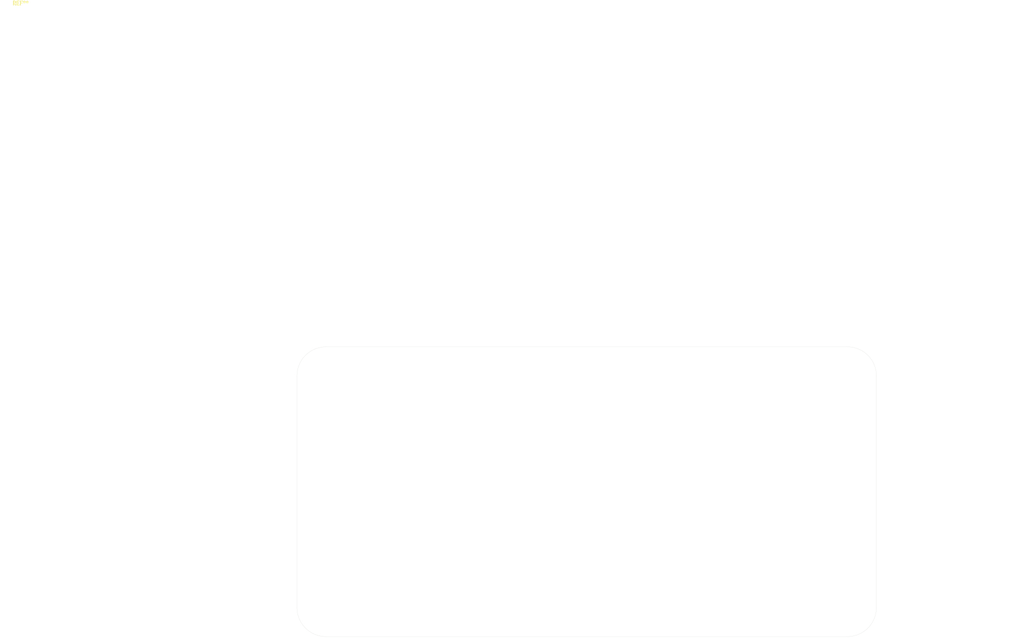
<source format=kicad_pcb>
(kicad_pcb (version 20171130) (host pcbnew "(5.1.10)-1")

  (general
    (thickness 1.6002)
    (drawings 12)
    (tracks 0)
    (zones 0)
    (modules 19)
    (nets 1)
  )

  (page A4)
  (layers
    (0 Front signal)
    (31 Back signal)
    (34 B.Paste user)
    (35 F.Paste user)
    (36 B.SilkS user)
    (37 F.SilkS user)
    (38 B.Mask user)
    (39 F.Mask user)
    (44 Edge.Cuts user)
    (45 Margin user)
    (46 B.CrtYd user)
    (47 F.CrtYd user)
    (49 F.Fab user)
  )

  (setup
    (last_trace_width 0.254)
    (user_trace_width 0.127)
    (user_trace_width 0.2)
    (user_trace_width 0.254)
    (user_trace_width 0.3)
    (user_trace_width 0.4)
    (user_trace_width 0.508)
    (user_trace_width 0.762)
    (user_trace_width 1)
    (user_trace_width 1.5)
    (user_trace_width 2)
    (user_trace_width 4)
    (trace_clearance 0.127)
    (zone_clearance 0.508)
    (zone_45_only no)
    (trace_min 0.0889)
    (via_size 0.6858)
    (via_drill 0.3302)
    (via_min_size 0.45)
    (via_min_drill 0.2)
    (user_via 0.5 0.25)
    (user_via 0.6858 0.3302)
    (user_via 0.889 0.381)
    (user_via 1 0.5)
    (uvia_size 0.6858)
    (uvia_drill 0.3302)
    (uvias_allowed no)
    (uvia_min_size 0.2)
    (uvia_min_drill 0.1)
    (edge_width 0.0381)
    (segment_width 0.254)
    (pcb_text_width 0.3048)
    (pcb_text_size 1.524 1.524)
    (mod_edge_width 0.1524)
    (mod_text_size 0.8128 0.8128)
    (mod_text_width 0.1524)
    (pad_size 1.524 1.524)
    (pad_drill 0.762)
    (pad_to_mask_clearance 0)
    (solder_mask_min_width 0.1016)
    (aux_axis_origin 0 0)
    (grid_origin 108.266 85.306)
    (visible_elements 7FFFFFFF)
    (pcbplotparams
      (layerselection 0x010fc_ffffffff)
      (usegerberextensions true)
      (usegerberattributes true)
      (usegerberadvancedattributes true)
      (creategerberjobfile false)
      (excludeedgelayer true)
      (linewidth 0.100000)
      (plotframeref false)
      (viasonmask false)
      (mode 1)
      (useauxorigin false)
      (hpglpennumber 1)
      (hpglpenspeed 20)
      (hpglpendiameter 15.000000)
      (psnegative false)
      (psa4output false)
      (plotreference true)
      (plotvalue false)
      (plotinvisibletext false)
      (padsonsilk false)
      (subtractmaskfromsilk true)
      (outputformat 1)
      (mirror false)
      (drillshape 0)
      (scaleselection 1)
      (outputdirectory "gerbers/attempt1/"))
  )

  (net 0 "")

  (net_class Default "This is the default net class."
    (clearance 0.127)
    (trace_width 0.254)
    (via_dia 0.6858)
    (via_drill 0.3302)
    (uvia_dia 0.6858)
    (uvia_drill 0.3302)
    (diff_pair_width 0.1524)
    (diff_pair_gap 0.254)
  )

  (net_class D0 ""
    (clearance 0.127)
    (trace_width 0.4)
    (via_dia 0.6858)
    (via_drill 0.3302)
    (uvia_dia 0.6858)
    (uvia_drill 0.3302)
    (diff_pair_width 0.4)
    (diff_pair_gap 0.254)
  )

  (net_class ETH_P2 ""
    (clearance 0.127)
    (trace_width 0.2)
    (via_dia 0.6858)
    (via_drill 0.3302)
    (uvia_dia 0.6858)
    (uvia_drill 0.3302)
    (diff_pair_width 0.2)
    (diff_pair_gap 0.254)
  )

  (net_class ETH_P3 ""
    (clearance 0.127)
    (trace_width 0.2)
    (via_dia 0.6858)
    (via_drill 0.3302)
    (uvia_dia 0.6858)
    (uvia_drill 0.3302)
    (diff_pair_width 0.2)
    (diff_pair_gap 0.254)
  )

  (module DevelopmentBoard:MCP3008_ADC (layer Front) (tedit 622E7D89) (tstamp 622ED861)
    (at 0 0)
    (fp_text reference REF** (at 0 -27.94) (layer F.SilkS)
      (effects (font (size 1 1) (thickness 0.15)))
    )
    (fp_text value MCP3008_ADC (at 0 6.35) (layer F.Fab)
      (effects (font (size 1 1) (thickness 0.15)))
    )
  )

  (module DevelopmentBoard:MCP3008_ADC (layer Front) (tedit 622E7D89) (tstamp 622ED838)
    (at 0 0)
    (fp_text reference REF** (at 0 -27.94) (layer F.SilkS)
      (effects (font (size 1 1) (thickness 0.15)))
    )
    (fp_text value MCP3008_ADC (at 0 6.35) (layer F.Fab)
      (effects (font (size 1 1) (thickness 0.15)))
    )
  )

  (module DevelopmentBoard:MCP3008_ADC (layer Front) (tedit 622E7D89) (tstamp 622ED834)
    (at 0 0)
    (fp_text reference REF** (at 0 -27.94) (layer F.SilkS)
      (effects (font (size 1 1) (thickness 0.15)))
    )
    (fp_text value MCP3008_ADC (at 0 6.35) (layer F.Fab)
      (effects (font (size 1 1) (thickness 0.15)))
    )
  )

  (module DevelopmentBoard:MCP3008_ADC (layer Front) (tedit 622E7D89) (tstamp 622ED830)
    (at 0 0)
    (fp_text reference REF** (at 0 -27.94) (layer F.SilkS)
      (effects (font (size 1 1) (thickness 0.15)))
    )
    (fp_text value MCP3008_ADC (at 0 6.35) (layer F.Fab)
      (effects (font (size 1 1) (thickness 0.15)))
    )
  )

  (module DevelopmentBoard:MCP3008_ADC (layer Front) (tedit 622E7D89) (tstamp 622ED82C)
    (at 0 0)
    (fp_text reference REF** (at 0 -27.94) (layer F.SilkS)
      (effects (font (size 1 1) (thickness 0.15)))
    )
    (fp_text value MCP3008_ADC (at 0 6.35) (layer F.Fab)
      (effects (font (size 1 1) (thickness 0.15)))
    )
  )

  (module DevelopmentBoard:MCP3008_ADC (layer Front) (tedit 622E7D89) (tstamp 622ED828)
    (at 0 0)
    (fp_text reference REF** (at 0 -27.94) (layer F.SilkS)
      (effects (font (size 1 1) (thickness 0.15)))
    )
    (fp_text value MCP3008_ADC (at 0 6.35) (layer F.Fab)
      (effects (font (size 1 1) (thickness 0.15)))
    )
  )

  (module DevelopmentBoard:MCP3008_ADC (layer Front) (tedit 622E7D89) (tstamp 622ED824)
    (at 0 0)
    (fp_text reference REF** (at 0 -27.94) (layer F.SilkS)
      (effects (font (size 1 1) (thickness 0.15)))
    )
    (fp_text value MCP3008_ADC (at 0 6.35) (layer F.Fab)
      (effects (font (size 1 1) (thickness 0.15)))
    )
  )

  (module DevelopmentBoard:MCP3008_ADC (layer Front) (tedit 622E7D89) (tstamp 622ED820)
    (at 0 0)
    (fp_text reference REF** (at 0 -27.94) (layer F.SilkS)
      (effects (font (size 1 1) (thickness 0.15)))
    )
    (fp_text value MCP3008_ADC (at 0 6.35) (layer F.Fab)
      (effects (font (size 1 1) (thickness 0.15)))
    )
  )

  (module DevelopmentBoard:MCP3008_ADC (layer Front) (tedit 622E7D89) (tstamp 622ED81C)
    (at 0 0)
    (fp_text reference REF** (at 0 -27.94) (layer F.SilkS)
      (effects (font (size 1 1) (thickness 0.15)))
    )
    (fp_text value MCP3008_ADC (at 0 6.35) (layer F.Fab)
      (effects (font (size 1 1) (thickness 0.15)))
    )
  )

  (module DevelopmentBoard:MCP3008_ADC (layer Front) (tedit 622E7D89) (tstamp 622ED818)
    (at 0 0)
    (fp_text reference REF** (at 0 -27.94) (layer F.SilkS)
      (effects (font (size 1 1) (thickness 0.15)))
    )
    (fp_text value MCP3008_ADC (at 0 6.35) (layer F.Fab)
      (effects (font (size 1 1) (thickness 0.15)))
    )
  )

  (module DevelopmentBoard:MCP3008_ADC (layer Front) (tedit 622E7D89) (tstamp 622ED814)
    (at 0 0)
    (fp_text reference REF** (at 0 -27.94) (layer F.SilkS)
      (effects (font (size 1 1) (thickness 0.15)))
    )
    (fp_text value MCP3008_ADC (at 0 6.35) (layer F.Fab)
      (effects (font (size 1 1) (thickness 0.15)))
    )
  )

  (module DevelopmentBoard:MCP3008_ADC (layer Front) (tedit 622E7D89) (tstamp 622ED7ED)
    (at 0 0)
    (fp_text reference REF** (at 0 -27.94) (layer F.SilkS)
      (effects (font (size 1 1) (thickness 0.15)))
    )
    (fp_text value MCP3008_ADC (at 0 6.35) (layer F.Fab)
      (effects (font (size 1 1) (thickness 0.15)))
    )
  )

  (module DevelopmentBoard:MCP3008_ADC (layer Front) (tedit 622E7D89) (tstamp 622ED79A)
    (at 0 0)
    (fp_text reference REF** (at 0 -27.94) (layer F.SilkS)
      (effects (font (size 1 1) (thickness 0.15)))
    )
    (fp_text value MCP3008_ADC (at 0 6.35) (layer F.Fab)
      (effects (font (size 1 1) (thickness 0.15)))
    )
  )

  (module DevelopmentBoard:MCP3008_ADC (layer Front) (tedit 622E7D89) (tstamp 622ED796)
    (at 0 0)
    (fp_text reference REF** (at 0 -27.94) (layer F.SilkS)
      (effects (font (size 1 1) (thickness 0.15)))
    )
    (fp_text value MCP3008_ADC (at 0 6.35) (layer F.Fab)
      (effects (font (size 1 1) (thickness 0.15)))
    )
  )

  (module DevelopmentBoard:MCP3008_ADC (layer Front) (tedit 622E7D89) (tstamp 622ED792)
    (at 0 0)
    (fp_text reference REF** (at 0 -27.94) (layer F.SilkS)
      (effects (font (size 1 1) (thickness 0.15)))
    )
    (fp_text value MCP3008_ADC (at 0 6.35) (layer F.Fab)
      (effects (font (size 1 1) (thickness 0.15)))
    )
  )

  (module DevelopmentBoard:MCP3008_ADC (layer Front) (tedit 622E7D89) (tstamp 622ED78E)
    (at 0 0)
    (fp_text reference REF** (at 0 -27.94) (layer F.SilkS)
      (effects (font (size 1 1) (thickness 0.15)))
    )
    (fp_text value MCP3008_ADC (at 0 6.35) (layer F.Fab)
      (effects (font (size 1 1) (thickness 0.15)))
    )
  )

  (module DevelopmentBoard:MCP3008_ADC (layer Front) (tedit 622E7D89) (tstamp 622ED78A)
    (at 0 0)
    (fp_text reference REF** (at 0 -27.94) (layer F.SilkS)
      (effects (font (size 1 1) (thickness 0.15)))
    )
    (fp_text value MCP3008_ADC (at 0 6.35) (layer F.Fab)
      (effects (font (size 1 1) (thickness 0.15)))
    )
  )

  (module DevelopmentBoard:MCP3008_ADC (layer Front) (tedit 622E7D89) (tstamp 622ED786)
    (at 0 0)
    (fp_text reference REF** (at 0 -27.94) (layer F.SilkS)
      (effects (font (size 1 1) (thickness 0.15)))
    )
    (fp_text value MCP3008_ADC (at 0 6.35) (layer F.Fab)
      (effects (font (size 1 1) (thickness 0.15)))
    )
  )

  (module DevelopmentBoard:MCP3008_ADC (layer Front) (tedit 622E7D89) (tstamp 622ED6CF)
    (at 0 0)
    (fp_text reference REF** (at 0 -27.94) (layer F.SilkS)
      (effects (font (size 1 1) (thickness 0.15)))
    )
    (fp_text value MCP3008_ADC (at 0 6.35) (layer F.Fab)
      (effects (font (size 1 1) (thickness 0.15)))
    )
  )

  (gr_line (start 217.486 138.646) (end 80.326 138.646) (layer Edge.Cuts) (width 0.0381) (tstamp 622EBD73))
  (gr_line (start 225.106 70.066) (end 225.106 131.026) (layer Edge.Cuts) (width 0.0381) (tstamp 622EBD72))
  (gr_line (start 80.326 62.446) (end 217.486 62.446) (layer Edge.Cuts) (width 0.0381) (tstamp 622EBD71))
  (gr_line (start 72.706 70.066) (end 72.706 131.026) (layer Edge.Cuts) (width 0.0381) (tstamp 622EBD70))
  (gr_arc (start 217.486 131.026) (end 217.486 138.646) (angle -90) (layer Edge.Cuts) (width 0.0381))
  (gr_arc (start 80.326 131.026) (end 72.706 131.026) (angle -90) (layer Edge.Cuts) (width 0.0381))
  (gr_arc (start 217.486 70.066) (end 225.106 70.066) (angle -90) (layer Edge.Cuts) (width 0.0381))
  (gr_arc (start 80.326 70.066) (end 80.326 62.446) (angle -90) (layer Edge.Cuts) (width 0.0381))
  (gr_poly (pts (xy 221.996 131.826) (xy 91.186 131.826) (xy 91.186 64.516) (xy 221.996 64.516)) (layer Cmts.User) (width 0.1))
  (gr_poly (pts (xy 263.906 102.616) (xy 225.806 121.666) (xy 238.506 75.946)) (layer Cmts.User) (width 0.1))
  (gr_poly (pts (xy 255.016 124.206) (xy 234.696 88.646) (xy 244.856 78.486)) (layer Cmts.User) (width 0.1))
  (gr_poly (pts (xy 221.996 139.446) (xy 94.996 139.446) (xy 94.996 63.246) (xy 221.996 63.246)) (layer Cmts.User) (width 0.1))

)

</source>
